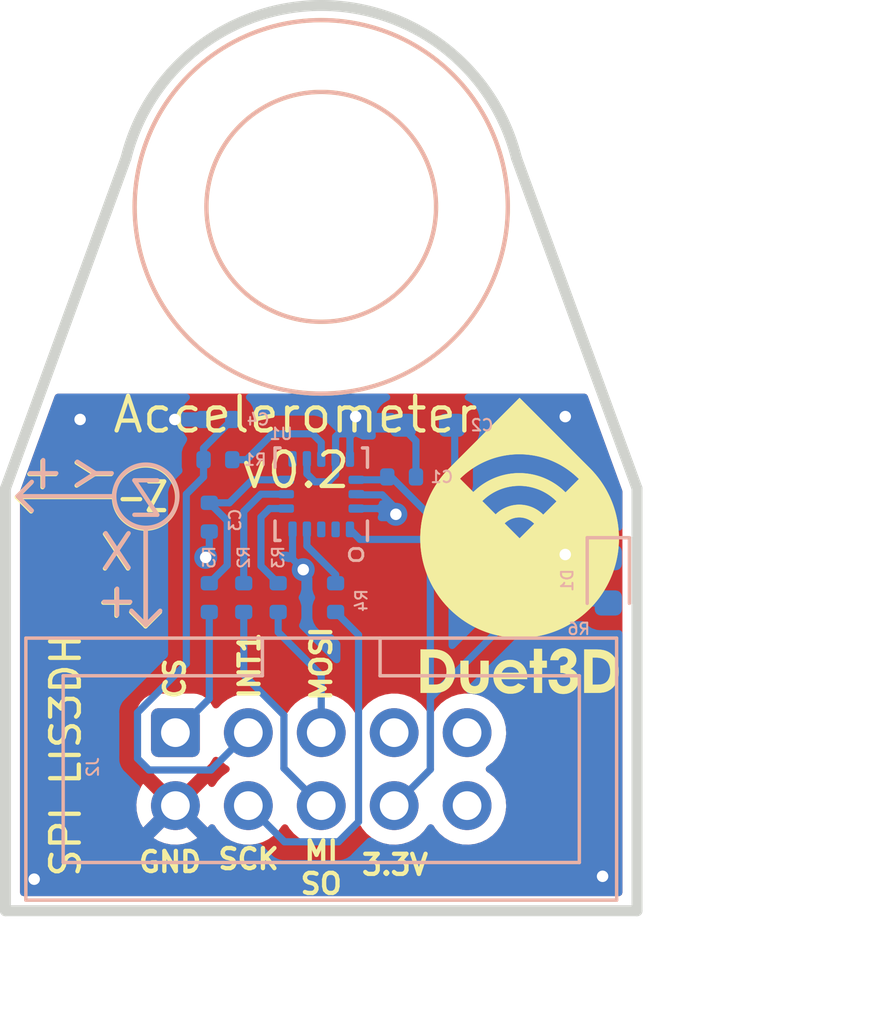
<source format=kicad_pcb>
(kicad_pcb (version 20211014) (generator pcbnew)
  (title_block (title "Duet3D Accelerometer") (date "2023-06-06") (rev "0.2") (company "Duet3D") (comment 1 "(c) Duet3D") (comment 2 "licensed under the \"CERN-OHL-S v2\" or any later version plus the \"Additional Duet3D Licence Terms\", see https://github.com/Duet3D/Duet3-Mainboard-6HC/blob/master/LICENSE"))
  (layers (0 "F.Cu" signal) (31 "B.Cu" signal) (34 "B.Paste" user) (35 "F.Paste" user) (36 "B.SilkS" user "B.Silkscreen") (37 "F.SilkS" user "F.Silkscreen") (38 "B.Mask" user) (39 "F.Mask" user) (44 "Edge.Cuts" user))
  (net 0 "")
  (net 1 "GND")
  (net 2 "SPI_CS")
  (net 3 "SPI_SCK")
  (net 4 "SPI_MISO")
  (net 5 "SPI_MOSI")
  (net 6 "3.3V")
  (net 7 "INT1")
  (net 14 "/cs")
  (net 15 "/led")
  (net 16 "/int1")
  (net 17 "/SDO")
  (net 18 "/SDI")
  (net 19 "/SCL")
  (footprint "MountingHole:MountingHole_6mm" (layer "F.Cu") (at 71 35.5)
    (fp_text reference "H1" hide)
    (fp_text value "M6" hide)
    (pad "" np_thru_hole circle (at 0 0) (size 6.1 6.1) (drill 6.1) (layers F&B.Cu *.Mask))
  )
  (footprint "complib:LOGO_NEW_Duet3D_vertical_6mm_no_mask" (layer "F.Cu") (at 77.9 47.3)
    (fp_text reference "M1" hide)
    (fp_text value "Logo_Duet3d_New" hide)
  )
  (footprint "Capacitor_SMD:C_0402_1005Metric_Wbry" (layer "B.Cu") (at 73.8 44.9)
    (fp_text reference "C1" (at 1.4 0 unlocked) (layer "B.SilkS") (effects (font (size 0.4 0.4) (thickness 0.07)) (justify mirror)))
    (fp_text value "0u1 6.3V" hide)
    (pad "1" smd roundrect (at -0.5 0) (size 0.5 0.6) (layers "B.Cu" "B.Paste" "B.Mask") (net 6 "3.3V"))
    (pad "2" smd roundrect (at 0.5 0) (size 0.5 0.6) (layers "B.Cu" "B.Paste" "B.Mask") (net 1 "GND"))
  )
  (footprint "Capacitor_SMD:C_0603_1608Metric_Wbry" (layer "B.Cu") (at 74.7 43.1 180)
    (fp_text reference "C2" (at -1.9 0 unlocked) (layer "B.SilkS") (effects (font (size 0.4 0.4) (thickness 0.07)) (justify mirror)))
    (fp_text value "10u 10V " hide)
    (pad "1" smd roundrect (at -0.85 0 180) (size 0.9 0.8) (layers "B.Cu" "B.Paste" "B.Mask") (net 6 "3.3V"))
    (pad "2" smd roundrect (at 0.85 0 180) (size 0.9 0.8) (layers "B.Cu" "B.Paste" "B.Mask") (net 1 "GND"))
  )
  (footprint "Connector_IDC:IDC-Header_2x05_P2.54mm_Vertical" (layer "B.Cu") (at 65.92 53.8 -90)
    (fp_text reference "J2" (at 1.2 2.88 90 unlocked) (layer "B.SilkS") (effects (font (size 0.4 0.4) (thickness 0.07)) (justify mirror)))
    (fp_text value "SPI LIS3DH" (at 0.8 3.82 90) (layer "F.SilkS"))
    (pad "1" thru_hole roundrect (at 0 0 270) (size 1.7 1.7) (drill 1) (layers *.Cu *.Mask) (roundrect_rratio 0.1470588235) (net 2 "SPI_CS"))
    (pad "2" thru_hole circle (at 2.54 0 270) (size 1.7 1.7) (drill 1) (layers *.Cu *.Mask) (net 1 "GND"))
    (pad "3" thru_hole circle (at 0 -2.54 270) (size 1.7 1.7) (drill 1) (layers *.Cu *.Mask) (net 7 "INT1"))
    (pad "4" thru_hole circle (at 2.54 -2.54 270) (size 1.7 1.7) (drill 1) (layers *.Cu *.Mask) (net 3 "SPI_SCK"))
    (pad "5" thru_hole circle (at 0 -5.08 270) (size 1.7 1.7) (drill 1) (layers *.Cu *.Mask) (net 5 "SPI_MOSI"))
    (pad "6" thru_hole circle (at 2.54 -5.08 270) (size 1.7 1.7) (drill 1) (layers *.Cu *.Mask) (net 4 "SPI_MISO"))
    (pad "7" thru_hole circle (at 0 -7.62 270) (size 1.7 1.7) (drill 1) (layers *.Cu *.Mask))
    (pad "8" thru_hole circle (at 2.54 -7.62 270) (size 1.7 1.7) (drill 1) (layers *.Cu *.Mask) (net 6 "3.3V"))
    (pad "9" thru_hole circle (at 0 -10.16 270) (size 1.7 1.7) (drill 1) (layers *.Cu *.Mask))
    (pad "10" thru_hole circle (at 2.54 -10.16 270) (size 1.7 1.7) (drill 1) (layers *.Cu *.Mask))
  )
  (footprint "Resistor_SMD:R_0402_1005Metric_Wbry" (layer "B.Cu") (at 78.5 49.4 180)
    (fp_text reference "R6" (at -1.47 -0.79 unlocked) (layer "B.SilkS") (effects (font (size 0.4 0.4) (thickness 0.07)) (justify mirror)))
    (fp_text value "220R" hide)
    (pad "1" smd roundrect (at -0.5 0 180) (size 0.5 0.6) (layers "B.Cu" "B.Paste" "B.Mask") (net 15 "/led"))
    (pad "2" smd roundrect (at 0.5 0 180) (size 0.5 0.6) (layers "B.Cu" "B.Paste" "B.Mask") (net 6 "3.3V"))
  )
  (footprint "Resistor_SMD:R_0402_1005Metric_Wbry" (layer "B.Cu") (at 69.5 49.1 90)
    (fp_text reference "R3" (at 1.4 0 90 unlocked) (layer "B.SilkS") (effects (font (size 0.4 0.4) (thickness 0.07)) (justify mirror)))
    (fp_text value "62R" hide)
    (pad "1" smd roundrect (at -0.5 0 90) (size 0.5 0.6) (layers "B.Cu" "B.Paste" "B.Mask") (net 5 "SPI_MOSI"))
    (pad "2" smd roundrect (at 0.5 0 90) (size 0.5 0.6) (layers "B.Cu" "B.Paste" "B.Mask") (net 18 "/SDI"))
  )
  (footprint "LED_SMD:LED_0603_1608Metric" (layer "B.Cu") (at 81 48.5 -90)
    (fp_text reference "D1" (at 0 1.43 90 unlocked) (layer "B.SilkS") (effects (font (size 0.4 0.4) (thickness 0.07)) (justify mirror)))
    (fp_text value "PWR")
    (pad "1" smd roundrect locked (at -0.7875 0 270) (size 0.875 0.95) (layers "B.Cu" "B.Paste" "B.Mask") (net 1 "GND"))
    (pad "2" smd roundrect locked (at 0.7875 0 270) (size 0.875 0.95) (layers "B.Cu" "B.Paste" "B.Mask") (net 15 "/led"))
  )
  (footprint "Resistor_SMD:R_0402_1005Metric_Wbry" (layer "B.Cu") (at 67.1 49.1 90)
    (fp_text reference "R5" (at 1.4 0 90 unlocked) (layer "B.SilkS") (effects (font (size 0.4 0.4) (thickness 0.07)) (justify mirror)))
    (fp_text value "62R" hide)
    (pad "1" smd roundrect (at -0.5 0 90) (size 0.5 0.6) (layers "B.Cu" "B.Paste" "B.Mask") (net 2 "SPI_CS"))
    (pad "2" smd roundrect (at 0.5 0 90) (size 0.5 0.6) (layers "B.Cu" "B.Paste" "B.Mask") (net 14 "/cs"))
  )
  (footprint "Resistor_SMD:R_0402_1005Metric_Wbry" (layer "B.Cu") (at 68.3 49.1 90)
    (fp_text reference "R2" (at 1.4 0 90 unlocked) (layer "B.SilkS") (effects (font (size 0.4 0.4) (thickness 0.07)) (justify mirror)))
    (fp_text value "62R" hide)
    (pad "1" smd roundrect (at -0.5 0 90) (size 0.5 0.6) (layers "B.Cu" "B.Paste" "B.Mask") (net 4 "SPI_MISO"))
    (pad "2" smd roundrect (at 0.5 0 90) (size 0.5 0.6) (layers "B.Cu" "B.Paste" "B.Mask") (net 17 "/SDO"))
  )
  (footprint "Resistor_SMD:R_0402_1005Metric_Wbry" (layer "B.Cu") (at 67.4 44.3)
    (fp_text reference "R1" (at 1.3 0 unlocked) (layer "B.SilkS") (effects (font (size 0.4 0.4) (thickness 0.07)) (justify mirror)))
    (fp_text value "62R" hide)
    (pad "1" smd roundrect (at -0.5 0) (size 0.5 0.6) (layers "B.Cu" "B.Paste" "B.Mask") (net 7 "INT1"))
    (pad "2" smd roundrect (at 0.5 0) (size 0.5 0.6) (layers "B.Cu" "B.Paste" "B.Mask") (net 16 "/int1"))
  )
  (footprint "Capacitor_SMD:C_0402_1005Metric_Wbry" (layer "B.Cu") (at 67.4 42.9 180)
    (fp_text reference "C4" (at -1.4 0 unlocked) (layer "B.SilkS") (effects (font (size 0.4 0.4) (thickness 0.07)) (justify mirror)))
    (fp_text value "470p 6.3V" hide)
    (pad "1" smd roundrect (at -0.5 0 180) (size 0.5 0.6) (layers "B.Cu" "B.Paste" "B.Mask") (net 7 "INT1"))
    (pad "2" smd roundrect (at 0.5 0 180) (size 0.5 0.6) (layers "B.Cu" "B.Paste" "B.Mask") (net 1 "GND"))
  )
  (footprint "complib:LGA-16_3x3mm_P0.5mm_LISD3H" (layer "B.Cu") (at 71 45.5 90)
    (fp_text reference "U1" (at 2.1 -1.4 unlocked) (layer "B.SilkS") (effects (font (size 0.4 0.4) (thickness 0.07)) (justify mirror)))
    (fp_text value "LIS3DH")
    (fp_text user "o" (at -2.1 1.3 270 unlocked) (layer "B.SilkS") (effects (font (size 0.7 0.8) (thickness 0.1)) (justify mirror)))
    (pad "1" smd roundrect (at -1.225 1 90) (size 0.55 0.29) (layers "B.Cu" "B.Paste" "B.Mask") (net 6 "3.3V"))
    (pad "2" smd roundrect (at -1.225 0.5 90) (size 0.55 0.29) (layers "B.Cu" "B.Paste" "B.Mask"))
    (pad "3" smd roundrect (at -1.225 0 90) (size 0.55 0.29) (layers "B.Cu" "B.Paste" "B.Mask"))
    (pad "4" smd roundrect (at -1.225 -0.5 90) (size 0.55 0.29) (layers "B.Cu" "B.Paste" "B.Mask") (net 19 "/SCL"))
    (pad "5" smd roundrect (at -1.225 -1 90) (size 0.55 0.29) (layers "B.Cu" "B.Paste" "B.Mask") (net 1 "GND"))
    (pad "6" smd roundrect (at -0.5 -1.225 90) (size 0.29 0.55) (layers "B.Cu" "B.Paste" "B.Mask") (net 18 "/SDI"))
    (pad "7" smd roundrect (at 0 -1.225 90) (size 0.29 0.55) (layers "B.Cu" "B.Paste" "B.Mask") (net 17 "/SDO"))
    (pad "8" smd roundrect (at 0.5 -1.225 90) (size 0.29 0.55) (layers "B.Cu" "B.Paste" "B.Mask") (net 14 "/cs"))
    (pad "9" smd roundrect (at 1.225 -1 90) (size 0.55 0.29) (layers "B.Cu" "B.Paste" "B.Mask"))
    (pad "10" smd roundrect (at 1.225 -0.5 90) (size 0.55 0.29) (layers "B.Cu" "B.Paste" "B.Mask") (net 1 "GND"))
    (pad "11" smd roundrect (at 1.225 0 90) (size 0.55 0.29) (layers "B.Cu" "B.Paste" "B.Mask") (net 16 "/int1"))
    (pad "12" smd roundrect (at 1.225 0.5 90) (size 0.55 0.29) (layers "B.Cu" "B.Paste" "B.Mask") (net 1 "GND"))
    (pad "13" smd roundrect (at 1.225 1 90) (size 0.55 0.29) (layers "B.Cu" "B.Paste" "B.Mask") (net 1 "GND"))
    (pad "14" smd roundrect (at 0.5 1.225 90) (size 0.29 0.55) (layers "B.Cu" "B.Paste" "B.Mask") (net 6 "3.3V"))
    (pad "15" smd roundrect (at 0 1.225 90) (size 0.29 0.55) (layers "B.Cu" "B.Paste" "B.Mask") (net 1 "GND"))
    (pad "16" smd roundrect (at -0.5 1.225 90) (size 0.29 0.55) (layers "B.Cu" "B.Paste" "B.Mask") (net 1 "GND"))
  )
  (footprint "Resistor_SMD:R_0402_1005Metric_Wbry" (layer "B.Cu") (at 71.5 49.1 90)
    (fp_text reference "R4" (at -0.1 0.9 90 unlocked) (layer "B.SilkS") (effects (font (size 0.4 0.4) (thickness 0.07)) (justify mirror)))
    (fp_text value "62R" hide)
    (pad "1" smd roundrect (at -0.5 0 90) (size 0.5 0.6) (layers "B.Cu" "B.Paste" "B.Mask") (net 3 "SPI_SCK"))
    (pad "2" smd roundrect (at 0.5 0 90) (size 0.5 0.6) (layers "B.Cu" "B.Paste" "B.Mask") (net 19 "/SCL"))
  )
  (footprint "Capacitor_SMD:C_0402_1005Metric_Wbry" (layer "B.Cu") (at 67.1 46.3 -90)
    (fp_text reference "C3" (at 0.1 -0.9 90 unlocked) (layer "B.SilkS") (effects (font (size 0.4 0.4) (thickness 0.07)) (justify mirror)))
    (fp_text value "470p 6.3V" hide)
    (pad "1" smd roundrect (at -0.5 0 270) (size 0.5 0.6) (layers "B.Cu" "B.Paste" "B.Mask") (net 14 "/cs"))
    (pad "2" smd roundrect (at 0.5 0 270) (size 0.5 0.6) (layers "B.Cu" "B.Paste" "B.Mask") (net 1 "GND"))
  )
  (gr_circle (center 64.89 45.57) (end 65.99 45.57) (layer "B.SilkS") (width 0.15) (fill none))
  (gr_line (start 64.39 49.556059) (end 64.89 50.056059) (layer "B.SilkS") (width 0.15))
  (gr_line (start 64.89 50.056059) (end 64.89 46.683941) (layer "B.SilkS") (width 0.15))
  (gr_line (start 60.417882 45.57) (end 63.79 45.57) (layer "B.SilkS") (width 0.15))
  (gr_line (start 65.39 49.556059) (end 64.89 50.056059) (layer "B.SilkS") (width 0.15))
  (gr_line (start 60.917882 45.07) (end 60.417882 45.57) (layer "B.SilkS") (width 0.15))
  (gr_line (start 60.917882 46.07) (end 60.417882 45.57) (layer "B.SilkS") (width 0.15))
  (gr_circle (center 64.88 45.6) (end 65.98 45.6) (layer "F.SilkS") (width 0.15) (fill none))
  (gr_line (start 60.393941 45.6) (end 60.893941 45.1) (layer "F.SilkS") (width 0.15))
  (gr_line (start 64.88 50.1) (end 64.38 49.6) (layer "F.SilkS") (width 0.15))
  (gr_line (start 63.766059 45.6) (end 60.393941 45.6) (layer "F.SilkS") (width 0.15))
  (gr_line (start 64.88 50.1) (end 65.38 49.6) (layer "F.SilkS") (width 0.15))
  (gr_line (start 60.393941 45.6) (end 60.893941 46.1) (layer "F.SilkS") (width 0.15))
  (gr_line (start 64.88 46.727882) (end 64.88 50.1) (layer "F.SilkS") (width 0.15))
  (gr_line (start 77.8 33.8) (end 82 45.3) (layer "Edge.Cuts") (width 0.381))
  (gr_line (start 60 45.3) (end 64.2 33.8) (layer "Edge.Cuts") (width 0.381))
  (gr_arc (start 64.200001 33.8) (mid 71.000001 28.490714) (end 77.8 33.8) (layer "Edge.Cuts") (width 0.381))
  (gr_line (start 60 60) (end 82 60) (layer "Edge.Cuts") (width 0.381))
  (gr_line (start 82 60) (end 82 45.3) (layer "Edge.Cuts") (width 0.381))
  (gr_line (start 60 45.3) (end 60 60) (layer "Edge.Cuts") (width 0.381))
  (gr_text "Z" (at 64.89 45.67) (layer "B.SilkS") (effects (font (size 1.2 1.2)) (justify mirror)))
  (gr_text "+\nX" (at 63.89 48.37 180) (layer "B.SilkS") (effects (font (size 1.2 1.2)) (justify mirror)))
  (gr_text "+\nY" (at 62.19 44.77 90) (layer "B.SilkS") (effects (font (size 1.2 1.2)) (justify mirror)))
  (gr_text "SCK" (at 69.6 58.2) (layer "F.SilkS") (effects (font (size 0.7 0.7)) (justify right)))
  (gr_text "MI\nSO" (at 71 58.5) (layer "F.SilkS") (effects (font (size 0.7 0.7))))
  (gr_text "3.3V" (at 74.8 58.4) (layer "F.SilkS") (effects (font (size 0.7 0.7)) (justify right)))
  (gr_text "GND" (at 66.9 58.3) (layer "F.SilkS") (effects (font (size 0.7 0.7)) (justify right)))
  (gr_text "+\nX" (at 63.866059 48.4 180) (layer "F.SilkS") (effects (font (size 1.2 1.2))))
  (gr_text "-Z" (at 64.766059 45.6) (layer "F.SilkS") (effects (font (size 1 0.8))))
  (gr_text "INT1" (at 68.5 52.7 -270) (layer "F.SilkS") (effects (font (size 0.7 0.7)) (justify left)))
  (gr_text "MOSI" (at 71 51.4 -270) (layer "F.SilkS") (effects (font (size 0.7 0.7))))
  (gr_text "Accelerometer\nv0.2" (at 70.1 43.7) (layer "F.SilkS") (effects (font (size 1.2 1.2))))
  (gr_text "+\nY" (at 62.166059 44.8 90) (layer "F.SilkS") (effects (font (size 1.2 1.2))))
  (gr_text "CS" (at 65.9 52.7 -270) (layer "F.SilkS") (effects (font (size 0.7 0.7)) (justify left)))
  (via (at 73.6 46.2) (size 0.8) (drill 0.4) (layers "F.Cu" "B.Cu") (net 1))
  (via (at 66.9745 47.7) (size 0.8) (drill 0.4) (layers "F.Cu" "B.Cu") (net 1))
  (via (at 80.8 58.8) (size 0.8) (drill 0.4) (layers "F.Cu" "B.Cu") (net 1))
  (via (at 72.2 42.8) (size 0.8) (drill 0.4) (layers "F.Cu" "B.Cu") (net 1))
  (via (at 65.9 42.9) (size 0.8) (drill 0.4) (layers "F.Cu" "B.Cu") (net 1))
  (via (at 62.6 42.9) (size 0.8) (drill 0.4) (layers "F.Cu" "B.Cu") (net 1))
  (via (at 61 58.9) (size 0.8) (drill 0.4) (layers "F.Cu" "B.Cu") (net 1))
  (via (at 79.5 42.8) (size 0.8) (drill 0.4) (layers "F.Cu" "B.Cu") (net 1))
  (via (at 79.5 47.6) (size 0.8) (drill 0.4) (layers "F.Cu" "B.Cu") (net 1))
  (via (at 70.373056 48.126944) (size 0.8) (drill 0.4) (layers "F.Cu" "B.Cu") (net 1))
  (segment (start 72.24952 45.52452) (end 73.12452 45.52452) (width 0.25) (layer "B.Cu") (net 1))
  (segment (start 74.3 43.65) (end 73.45 42.8) (width 0.25) (layer "B.Cu") (net 1))
  (segment (start 71.5 43.5) (end 71.6 43.4) (width 0.25) (layer "B.Cu") (net 1))
  (segment (start 72 44.275) (end 72 43.5) (width 0.25) (layer "B.Cu") (net 1))
  (segment (start 71.25 45.07) (end 71.5 44.82) (width 0.25) (layer "B.Cu") (net 1))
  (segment (start 71.5 44.275) (end 71.5 43.5) (width 0.25) (layer "B.Cu") (net 1))
  (segment (start 72.225 45.5) (end 72.24952 45.52452) (width 0.25) (layer "B.Cu") (net 1))
  (segment (start 70.5 44.275) (end 70.5 44.79) (width 0.25) (layer "B.Cu") (net 1))
  (segment (start 73.4 45.8) (end 73.6 46) (width 0.25) (layer "B.Cu") (net 1))
  (segment (start 70.5 44.79) (end 70.78 45.07) (width 0.25) (layer "B.Cu") (net 1))
  (segment (start 81 47.7125) (end 79.6125 47.7125) (width 0.25) (layer "B.Cu") (net 1))
  (segment (start 73.12452 45.52452) (end 73.4 45.8) (width 0.25) (layer "B.Cu") (net 1))
  (segment (start 70 47.753888) (end 70.373056 48.126944) (width 0.25) (layer "B.Cu") (net 1))
  (segment (start 67.1 47.5745) (end 66.9745 47.7) (width 0.25) (layer "B.Cu") (net 1))
  (segment (start 72.225 46) (end 73.2 46) (width 0.25) (layer "B.Cu") (net 1))
  (segment (start 72.1 42.9) (end 72.2 42.8) (width 0.25) (layer "B.Cu") (net 1))
  (segment (start 79.6125 47.7125) (end 79.5 47.6) (width 0.25) (layer "B.Cu") (net 1))
  (segment (start 71.5 44.82) (end 71.5 44.275) (width 0.25) (layer "B.Cu") (net 1))
  (segment (start 73.2 46) (end 73.4 45.8) (width 0.25) (layer "B.Cu") (net 1))
  (segment (start 74.3 44.9) (end 74.3 43.65) (width 0.25) (layer "B.Cu") (net 1))
  (segment (start 71.6 43.4) (end 72.1 43.4) (width 0.25) (layer "B.Cu") (net 1))
  (segment (start 73.6 46) (end 73.6 46.2) (width 0.25) (layer "B.Cu") (net 1))
  (segment (start 72.1 43.4) (end 72.1 42.9) (width 0.25) (layer "B.Cu") (net 1))
  (segment (start 72 43.5) (end 72.1 43.4) (width 0.25) (layer "B.Cu") (net 1))
  (segment (start 67.1 46.8) (end 67.1 47.5745) (width 0.25) (layer "B.Cu") (net 1))
  (segment (start 70.78 45.07) (end 71.25 45.07) (width 0.25) (layer "B.Cu") (net 1))
  (segment (start 66.9 42.9) (end 65.9 42.9) (width 0.25) (layer "B.Cu") (net 1))
  (segment (start 73.45 42.8) (end 72.2 42.8) (width 0.25) (layer "B.Cu") (net 1))
  (segment (start 70 46.725) (end 70 47.753888) (width 0.25) (layer "B.Cu") (net 1))
  (segment (start 67.1 52.62) (end 65.92 53.8) (width 0.25) (layer "B.Cu") (net 2))
  (segment (start 67.1 49.6) (end 67.1 52.62) (width 0.25) (layer "B.Cu") (net 2))
  (segment (start 69.72 57.6) (end 68.46 56.34) (width 0.25) (layer "B.Cu") (net 3))
  (segment (start 72.3 50.4) (end 72.3 56.9) (width 0.25) (layer "B.Cu") (net 3))
  (segment (start 72.3 56.9) (end 71.6 57.6) (width 0.25) (layer "B.Cu") (net 3))
  (segment (start 71.6 57.6) (end 69.72 57.6) (width 0.25) (layer "B.Cu") (net 3))
  (segment (start 71.5 49.6) (end 72.3 50.4) (width 0.25) (layer "B.Cu") (net 3))
  (segment (start 68.3 51.789495) (end 69.7 53.189495) (width 0.25) (layer "B.Cu") (net 4))
  (segment (start 69.7 55.04) (end 71 56.34) (width 0.25) (layer "B.Cu") (net 4))
  (segment (start 69.7 53.189495) (end 69.7 55.04) (width 0.25) (layer "B.Cu") (net 4))
  (segment (start 68.3 49.6) (end 68.3 51.789495) (width 0.25) (layer "B.Cu") (net 4))
  (segment (start 69.5 50.3) (end 71 51.8) (width 0.25) (layer "B.Cu") (net 5))
  (segment (start 69.5 49.6) (end 69.5 50.3) (width 0.25) (layer "B.Cu") (net 5))
  (segment (start 71 51.8) (end 71 53.8) (width 0.25) (layer "B.Cu") (net 5))
  (segment (start 72.225 45) (end 73.2 45) (width 0.25) (layer "B.Cu") (net 6))
  (segment (start 74.7 46.1) (end 75.65 45.15) (width 0.25) (layer "B.Cu") (net 6))
  (segment (start 74.8 55.08) (end 74.7 55.18) (width 0.25) (layer "B.Cu") (net 6))
  (segment (start 75.65 45.15) (end 75.65 43.1) (width 0.25) (layer "B.Cu") (net 6))
  (segment (start 74.524501 47.075499) (end 74.7 46.9) (width 0.25) (layer "B.Cu") (net 6))
  (segment (start 74.7 46.1) (end 74.634994 46.1) (width 0.25) (layer "B.Cu") (net 6))
  (segment (start 74.7 46.9) (end 74.7 46.1) (width 0.25) (layer "B.Cu") (net 6))
  (segment (start 74.8 47.350998) (end 74.8 55.08) (width 0.25) (layer "B.Cu") (net 6))
  (segment (start 72 46.725) (end 72.350499 47.075499) (width 0.25) (layer "B.Cu") (net 6))
  (segment (start 74.524501 47.075499) (end 74.8 47.350998) (width 0.25) (layer "B.Cu") (net 6))
  (segment (start 74.634994 46.1) (end 73.434994 44.9) (width 0.25) (layer "B.Cu") (net 6))
  (segment (start 72.350499 47.075499) (end 74.524501 47.075499) (width 0.25) (layer "B.Cu") (net 6))
  (segment (start 73.2 45) (end 73.3 44.9) (width 0.25) (layer "B.Cu") (net 6))
  (segment (start 73.434994 44.9) (end 73.3 44.9) (width 0.25) (layer "B.Cu") (net 6))
  (segment (start 74.8 52.6) (end 74.8 55.08) (width 0.25) (layer "B.Cu") (net 6))
  (segment (start 78 49.4) (end 74.8 52.6) (width 0.25) (layer "B.Cu") (net 6))
  (segment (start 74.7 55.18) (end 73.54 56.34) (width 0.25) (layer "B.Cu") (net 6))
  (segment (start 66.9 44.3) (end 66.9 43.9) (width 0.25) (layer "B.Cu") (net 7))
  (segment (start 65 55.1) (end 64.6 54.7) (width 0.25) (layer "B.Cu") (net 7))
  (segment (start 67.16 55.1) (end 65 55.1) (width 0.25) (layer "B.Cu") (net 7))
  (segment (start 64.6 53.1) (end 66.3 51.4) (width 0.25) (layer "B.Cu") (net 7))
  (segment (start 64.6 54.7) (end 64.6 53.1) (width 0.25) (layer "B.Cu") (net 7))
  (segment (start 66.9 44.9) (end 66.9 44.3) (width 0.25) (layer "B.Cu") (net 7))
  (segment (start 68.46 53.8) (end 67.16 55.1) (width 0.25) (layer "B.Cu") (net 7))
  (segment (start 66.9 43.9) (end 67.9 42.9) (width 0.25) (layer "B.Cu") (net 7))
  (segment (start 66.3 51.4) (end 66.3 45.5) (width 0.25) (layer "B.Cu") (net 7))
  (segment (start 66.3 45.5) (end 66.9 44.9) (width 0.25) (layer "B.Cu") (net 7))
  (segment (start 67.8 45.8) (end 68.6 45) (width 0.25) (layer "B.Cu") (net 14))
  (segment (start 67.1 45.8) (end 67.8 45.8) (width 0.25) (layer "B.Cu") (net 14))
  (segment (start 67.72452 47.97548) (end 67.72452 46.42452) (width 0.25) (layer "B.Cu") (net 14))
  (segment (start 67.72452 46.42452) (end 67.1 45.8) (width 0.25) (layer "B.Cu") (net 14))
  (segment (start 68.6 45) (end 69.775 45) (width 0.25) (layer "B.Cu") (net 14))
  (segment (start 67.1 48.6) (end 67.72452 47.97548) (width 0.25) (layer "B.Cu") (net 14))
  (segment (start 79.1125 49.2875) (end 79 49.4) (width 0.25) (layer "B.Cu") (net 15))
  (segment (start 81 49.2875) (end 79.1125 49.2875) (width 0.25) (layer "B.Cu") (net 15))
  (segment (start 70.7 43.4) (end 71 43.7) (width 0.25) (layer "B.Cu") (net 16))
  (segment (start 71 43.7) (end 71 44.275) (width 0.25) (layer "B.Cu") (net 16))
  (segment (start 69.3 43.4) (end 70.7 43.4) (width 0.25) (layer "B.Cu") (net 16))
  (segment (start 67.9 44.3) (end 68.4 44.3) (width 0.25) (layer "B.Cu") (net 16))
  (segment (start 68.4 44.3) (end 69.3 43.4) (width 0.25) (layer "B.Cu") (net 16))
  (segment (start 69.775 45.5) (end 68.9 45.5) (width 0.25) (layer "B.Cu") (net 17))
  (segment (start 68.9 45.5) (end 68.3 46.1) (width 0.25) (layer "B.Cu") (net 17))
  (segment (start 68.3 46.1) (end 68.3 48.6) (width 0.25) (layer "B.Cu") (net 17))
  (segment (start 68.9 48) (end 69.5 48.6) (width 0.25) (layer "B.Cu") (net 18))
  (segment (start 69.2 46) (end 68.9 46.3) (width 0.25) (layer "B.Cu") (net 18))
  (segment (start 69.775 46) (end 69.2 46) (width 0.25) (layer "B.Cu") (net 18))
  (segment (start 68.9 46.3) (end 68.9 48) (width 0.25) (layer "B.Cu") (net 18))
  (segment (start 70.5 46.725) (end 70.5 47.3) (width 0.25) (layer "B.Cu") (net 19))
  (segment (start 70.5 47.3) (end 71.5 48.3) (width 0.25) (layer "B.Cu") (net 19))
  (segment (start 71.5 48.3) (end 71.5 48.6) (width 0.25) (layer "B.Cu") (net 19))
  (zone (net 1) (net_name "GND") (layer "F.Cu") (connect_pads (clearance 0.508)) (min_thickness 0.254) (fill yes (thermal_gap 0.508) (thermal_bridge_width 0.508))
    (polygon (pts (xy 59.9 59.9) (xy 82.1 59.9) (xy 82.1 42) (xy 59.9 42)))
  )
  (zone (net 0) (net_name "") (layer "B.Cu") (connect_pads (clearance 0)) (min_thickness 0.254)
    (keepout (tracks allowed) (vias allowed) (pads allowed) (copperpour not_allowed) (footprints allowed))
    (fill (thermal_gap 0.508) (thermal_bridge_width 0.508))
    (polygon (pts (xy 72.9 47.5) (xy 69.1 47.5) (xy 69.1 43.6) (xy 72.9 43.6)))
  )
  (zone (net 1) (net_name "GND") (layer "B.Cu") (connect_pads (clearance 0.508)) (min_thickness 0.254) (fill yes (thermal_gap 0.508) (thermal_bridge_width 0.508))
    (polygon (pts (xy 59.9 59.9) (xy 82.1 59.9) (xy 82.1 42) (xy 59.9 42)))
  )
)
</source>
